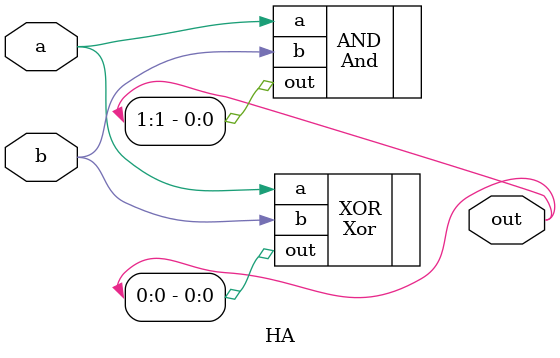
<source format=v>
module HA(a,b,out);
    input wire a;
	input wire b;
    output wire [1:0] out;

	Xor XOR(.a(a),.b(b),.out(out[0]));
	And AND(.a(a),.b(b),.out(out[1]));
endmodule

</source>
